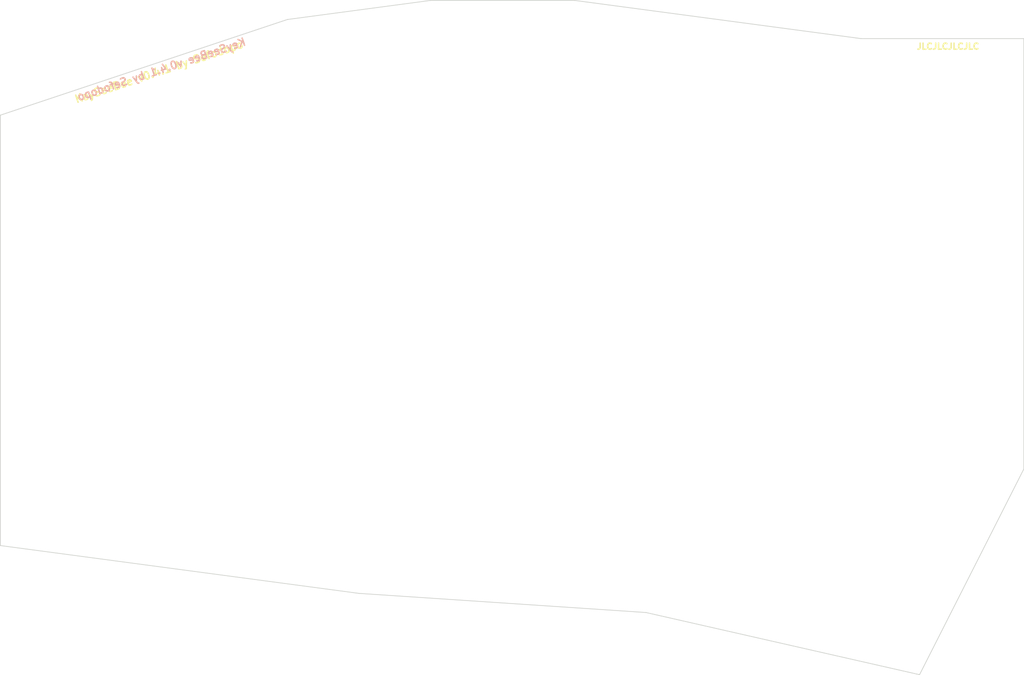
<source format=kicad_pcb>
(kicad_pcb (version 20240108) (generator "pcbnew") (generator_version "8.0")
  (layers (0 "F.Cu" signal) (31 "B.Cu" signal) (34 "B.Paste" user) (35 "F.Paste" user) (36 "B.SilkS" user "B.Silkscreen") (37 "F.SilkS" user "F.Silkscreen") (38 "B.Mask" user) (39 "F.Mask" user) (44 "Edge.Cuts" user))
  (net 0 "")
  (footprint "MountingHole:MountingHole_2.2mm_M2" (layer "F.Cu") (at 199.8 63.925)
    (property "Reference" "REF**" (hide yes))
    (property "Value" "MountingHole_2.2mm_M2")
    (pad "" np_thru_hole circle (at 0 0) (size 2.2 2.2) (drill 2.2) (layers "*.Cu" "*.Mask"))
  )
  (footprint "MountingHole:MountingHole_2.2mm_M2" (layer "F.Cu") (at 211.7 115.025)
    (property "Reference" "REF**" (hide yes))
    (property "Value" "MountingHole_2.2mm_M2")
    (pad "" np_thru_hole circle (at 0 0) (size 2.2 2.2) (drill 2.2) (layers "*.Cu" "*.Mask"))
  )
  (footprint "MountingHole:MountingHole_2.2mm_M2" (layer "F.Cu") (at 123.4 95.125)
    (property "Reference" "REF**" (hide yes))
    (property "Value" "MountingHole_2.2mm_M2")
    (pad "" np_thru_hole circle (at 0 0) (size 2.2 2.2) (drill 2.2) (layers "*.Cu" "*.Mask"))
  )
  (footprint "MountingHole:MountingHole_2.2mm_M2" (layer "F.Cu") (at 124.2 73.725)
    (property "Reference" "REF**" (hide yes))
    (property "Value" "MountingHole_2.2mm_M2")
    (pad "" np_thru_hole circle (at 0 0) (size 2.2 2.2) (drill 2.2) (layers "*.Cu" "*.Mask"))
  )
  (gr_line (start 240.665 46.99) (end 240.665 104.14) (stroke (width 0.1)) (layer "Edge.Cuts"))
  (gr_line (start 161.925 41.91) (end 180.975 41.91) (stroke (width 0.1)) (layer "Edge.Cuts"))
  (gr_line (start 104.775 114.3) (end 104.775 57.15) (stroke (width 0.1)) (layer "Edge.Cuts"))
  (gr_line (start 180.975 41.91) (end 219.075 46.99) (stroke (width 0.1)) (layer "Edge.Cuts"))
  (gr_line (start 190.5 123.19) (end 152.4 120.65) (stroke (width 0.1)) (layer "Edge.Cuts"))
  (gr_line (start 240.665 104.14) (end 226.822 131.445) (stroke (width 0.1)) (layer "Edge.Cuts"))
  (gr_line (start 104.775 57.15) (end 142.875 44.45) (stroke (width 0.1)) (layer "Edge.Cuts"))
  (gr_line (start 152.4 120.65) (end 104.775 114.3) (stroke (width 0.1)) (layer "Edge.Cuts"))
  (gr_line (start 226.822 131.445) (end 190.5 123.19) (stroke (width 0.1)) (layer "Edge.Cuts"))
  (gr_line (start 142.875 44.45) (end 161.925 41.91) (stroke (width 0.1)) (layer "Edge.Cuts"))
  (gr_line (start 219.075 46.99) (end 240.665 46.99) (stroke (width 0.1)) (layer "Edge.Cuts"))
  (gr_text "KeySeeBee v0.4.1 by Sefodopo" (at 137.4 47.325 18.434) (layer "B.SilkS") (effects (font (size 1 1) (thickness 0.2)) (justify left mirror)))
  (gr_text "JLCJLCJLCJLC" (at 230.6 48.025 0) (layer "F.SilkS") (effects (font (size 0.8 0.8) (thickness 0.2))))
  (gr_text "KeySeeBee v0.4.1 by Sefodopo" (at 114.6 55.125 18.434) (layer "F.SilkS") (effects (font (size 1 1) (thickness 0.2)) (justify left)))
)
</source>
